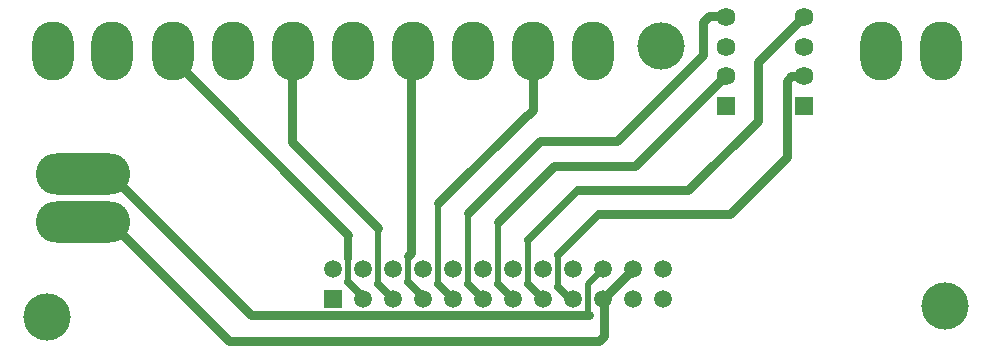
<source format=gbl>
G04*
G04 #@! TF.GenerationSoftware,Altium Limited,Altium Designer,21.1.1 (26)*
G04*
G04 Layer_Physical_Order=2*
G04 Layer_Color=16711680*
%FSLAX42Y42*%
%MOMM*%
G71*
G04*
G04 #@! TF.SameCoordinates,281B101C-6917-4EE5-BD1B-C9311E42025A*
G04*
G04*
G04 #@! TF.FilePolarity,Positive*
G04*
G01*
G75*
%ADD14O,8.00X3.50*%
%ADD15C,0.76*%
%ADD17C,0.64*%
%ADD19C,4.00*%
%ADD20O,3.50X5.00*%
%ADD21R,1.59X1.59*%
%ADD22C,1.59*%
%ADD23C,1.50*%
%ADD24R,1.50X1.50*%
%ADD25C,0.51*%
D14*
X755Y1160D02*
D03*
Y1562D02*
D03*
D15*
X3533Y896D02*
Y2599D01*
X3505Y869D02*
X3533Y896D01*
Y2599D02*
X3544Y2610D01*
X6468Y2512D02*
X6857Y2902D01*
X5120Y1228D02*
X6233D01*
X4940Y1428D02*
X5878D01*
X4740Y1628D02*
X5423D01*
X4625Y1848D02*
X5275D01*
X4268Y1155D02*
X4740Y1628D01*
X5156Y507D02*
X5410Y761D01*
X2525Y1833D02*
X3250Y1108D01*
X5156Y507D02*
X5165Y498D01*
X5156Y507D02*
Y507D01*
X6050Y2900D02*
X6200D01*
X6468Y2017D02*
Y2512D01*
X6000Y2850D02*
X6050Y2900D01*
X6000Y2573D02*
Y2850D01*
X5878Y1428D02*
X6468Y2017D01*
X5423Y1628D02*
X6195Y2400D01*
X5275Y1848D02*
X6000Y2573D01*
X6195Y2400D02*
X6200D01*
X4560Y2105D02*
Y2718D01*
X2175Y367D02*
X5033D01*
X6233Y1228D02*
X6710Y1705D01*
Y2355D01*
X6747Y2393D01*
X6856D01*
X980Y1562D02*
X2175Y367D01*
X1512Y2538D02*
X3000Y1049D01*
X2525Y1833D02*
Y2609D01*
X2528Y2612D01*
X1512Y2538D02*
Y2612D01*
X4513Y2068D02*
X4523D01*
X3760Y1315D02*
X4513Y2068D01*
X4013Y1235D02*
X4625Y1848D01*
X4523Y2068D02*
X4560Y2105D01*
X755Y1160D02*
X980D01*
X755Y1562D02*
X980D01*
X1990Y150D02*
X5120D01*
X980Y1160D02*
X1990Y150D01*
X5120D02*
X5165Y195D01*
Y498D01*
D17*
X3505Y651D02*
X3632Y524D01*
X4268Y634D02*
X4394Y507D01*
X3250Y636D02*
X3378Y507D01*
X3124D02*
Y526D01*
X3632Y507D02*
Y524D01*
X3760Y633D02*
X3886Y507D01*
X4013Y635D02*
X4140Y507D01*
X3000Y850D02*
Y1049D01*
X2998Y652D02*
X3124Y526D01*
X4879Y507D02*
X4902D01*
X4520Y1007D02*
X4940Y1428D01*
X4520Y636D02*
X4648Y507D01*
X4775Y882D02*
X5120Y1228D01*
X4775Y611D02*
X4879Y507D01*
D19*
X450Y350D02*
D03*
X5650Y2650D02*
D03*
X8050Y450D02*
D03*
D20*
X1512Y2610D02*
D03*
X2020D02*
D03*
X2528D02*
D03*
X7510D02*
D03*
X8018D02*
D03*
X1002D02*
D03*
X495D02*
D03*
X3036D02*
D03*
X3544D02*
D03*
X4052D02*
D03*
X4560D02*
D03*
X5068D02*
D03*
D21*
X6200Y2142D02*
D03*
X6857D02*
D03*
D22*
X6200Y2392D02*
D03*
Y2642D02*
D03*
Y2892D02*
D03*
X6857Y2392D02*
D03*
Y2642D02*
D03*
Y2892D02*
D03*
D23*
X5664Y761D02*
D03*
Y507D02*
D03*
X5410Y761D02*
D03*
Y507D02*
D03*
X5156Y761D02*
D03*
Y507D02*
D03*
X4902Y761D02*
D03*
Y507D02*
D03*
X4648Y761D02*
D03*
Y507D02*
D03*
X4394Y761D02*
D03*
Y507D02*
D03*
X4140Y761D02*
D03*
Y507D02*
D03*
X3886Y761D02*
D03*
Y507D02*
D03*
X3632Y761D02*
D03*
Y507D02*
D03*
X3378Y761D02*
D03*
Y507D02*
D03*
X3124Y761D02*
D03*
Y507D02*
D03*
X2870Y761D02*
D03*
D24*
Y507D02*
D03*
D25*
X3505Y869D02*
X3505Y868D01*
Y651D02*
Y868D01*
X5028Y367D02*
Y633D01*
X5156Y761D01*
X3760Y633D02*
Y1315D01*
X4013Y635D02*
Y1235D01*
X4268Y634D02*
Y1155D01*
X3250Y636D02*
Y1108D01*
X2998Y848D02*
X3000Y850D01*
X2998Y652D02*
Y848D01*
X4520Y636D02*
Y1007D01*
X4775Y611D02*
Y882D01*
M02*

</source>
